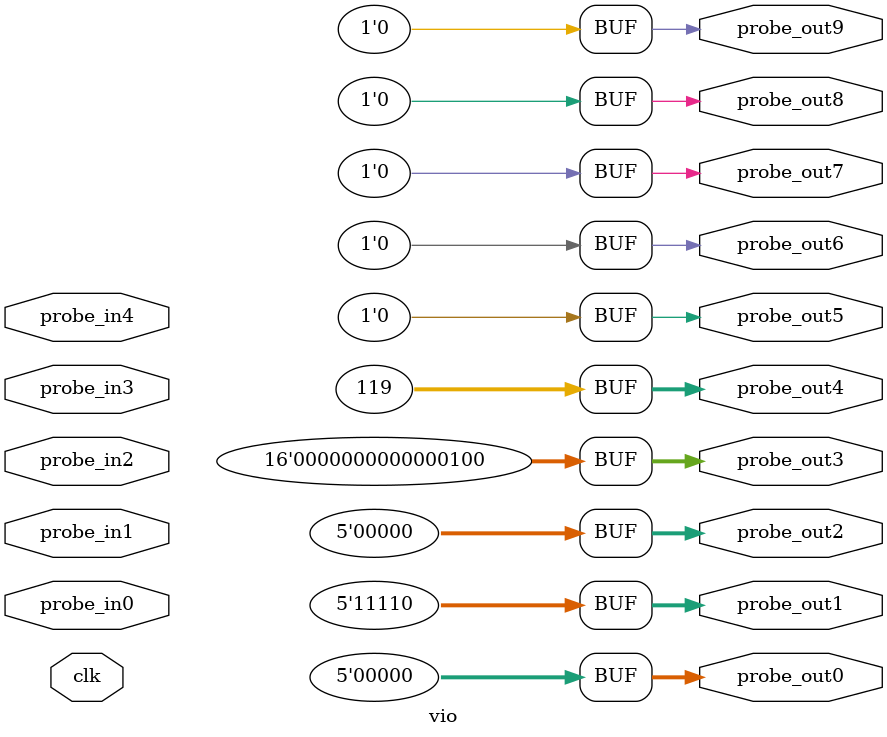
<source format=v>
`timescale 1ns / 1ps
module vio (
clk,
probe_in0,probe_in1,probe_in2,probe_in3,probe_in4,
probe_out0,
probe_out1,
probe_out2,
probe_out3,
probe_out4,
probe_out5,
probe_out6,
probe_out7,
probe_out8,
probe_out9
);

input clk;
input [4 : 0] probe_in0;
input [4 : 0] probe_in1;
input [4 : 0] probe_in2;
input [31 : 0] probe_in3;
input [0 : 0] probe_in4;

output reg [4 : 0] probe_out0 = 'h00 ;
output reg [4 : 0] probe_out1 = 'h1e ;
output reg [4 : 0] probe_out2 = 'h00 ;
output reg [15 : 0] probe_out3 = 'h0004 ;
output reg [31 : 0] probe_out4 = 'h00000077 ;
output reg [0 : 0] probe_out5 = 'h0 ;
output reg [0 : 0] probe_out6 = 'h0 ;
output reg [0 : 0] probe_out7 = 'h0 ;
output reg [0 : 0] probe_out8 = 'h0 ;
output reg [0 : 0] probe_out9 = 'h0 ;


endmodule

</source>
